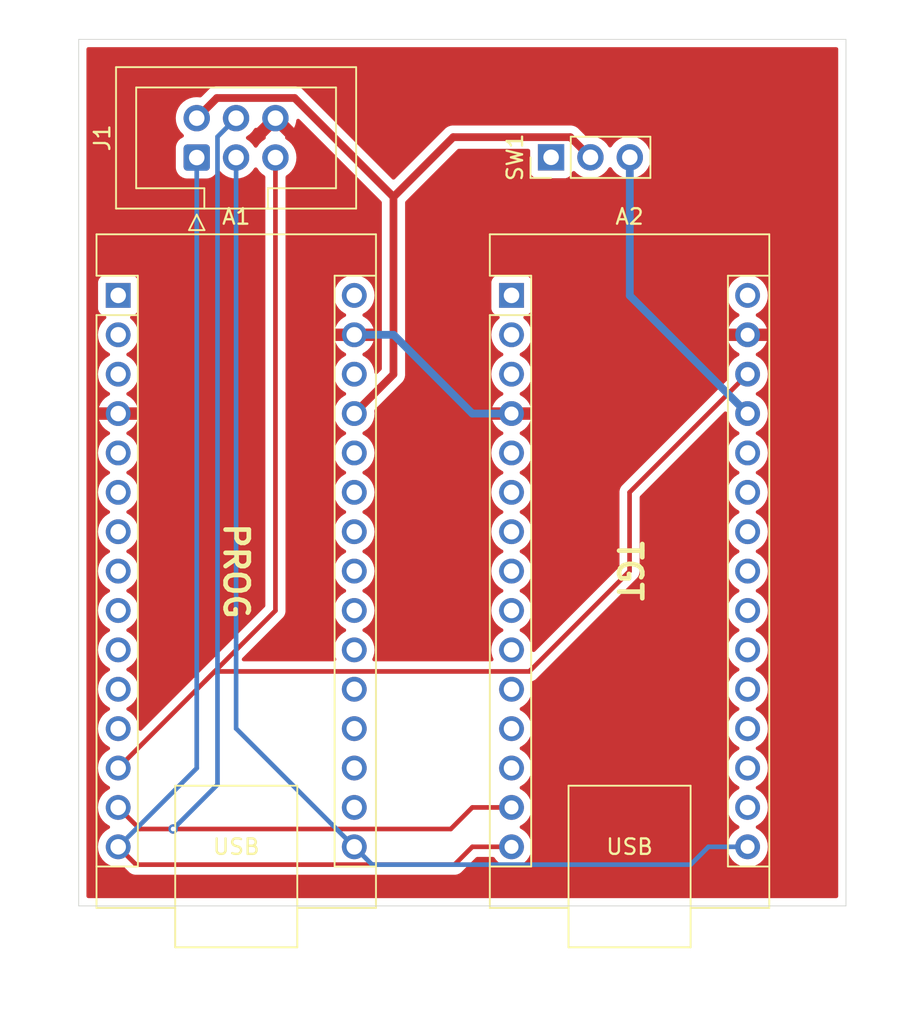
<source format=kicad_pcb>
(kicad_pcb (version 20240108) (generator "pcbnew") (generator_version "8.0")
  (layers (0 "F.Cu" signal) (31 "B.Cu" signal) (34 "B.Paste" user) (35 "F.Paste" user) (36 "B.SilkS" user "B.Silkscreen") (37 "F.SilkS" user "F.Silkscreen") (38 "B.Mask" user) (39 "F.Mask" user) (44 "Edge.Cuts" user))
  (net 0 "")
  (net 4 "GND")
  (net 5 "/MOSI")
  (net 11 "/SCK")
  (net 27 "+5V")
  (net 28 "/RST")
  (net 29 "/MISO")
  (net 48 "Net-(A2-+5V)")
  (footprint "Connector_IDC:IDC-Header_2x03_P2.54mm_Vertical" (layer "F.Cu") (at 154.94 73.66 90)
    (property "Reference" "J1" (at 1.27 -6.1 270) (layer "F.SilkS"))
    (property "Value" "AVR-ISP-6")
    (fp_line (start 5.83 -5.21) (end 5.83 10.29) (stroke (width 0.12)) (layer "F.SilkS"))
    (fp_line (start -3.29 -5.21) (end 5.83 -5.21) (stroke (width 0.12)) (layer "F.SilkS"))
    (fp_line (start 4.52 -3.91) (end 4.52 8.99) (stroke (width 0.12)) (layer "F.SilkS"))
    (fp_line (start -1.98 -3.91) (end 4.52 -3.91) (stroke (width 0.12)) (layer "F.SilkS"))
    (fp_line (start -4.68 -0.5) (end -4.68 0.5) (stroke (width 0.12)) (layer "F.SilkS"))
    (fp_line (start -3.68 0) (end -4.68 -0.5) (stroke (width 0.12)) (layer "F.SilkS"))
    (fp_line (start -1.98 0.49) (end -1.98 -3.91) (stroke (width 0.12)) (layer "F.SilkS"))
    (fp_line (start -3.29 0.49) (end -1.98 0.49) (stroke (width 0.12)) (layer "F.SilkS"))
    (fp_line (start -4.68 0.5) (end -3.68 0) (stroke (width 0.12)) (layer "F.SilkS"))
    (fp_line (start -1.98 4.59) (end -1.98 4.59) (stroke (width 0.12)) (layer "F.SilkS"))
    (fp_line (start -1.98 4.59) (end -3.29 4.59) (stroke (width 0.12)) (layer "F.SilkS"))
    (fp_line (start 4.52 8.99) (end -1.98 8.99) (stroke (width 0.12)) (layer "F.SilkS"))
    (fp_line (start -1.98 8.99) (end -1.98 4.59) (stroke (width 0.12)) (layer "F.SilkS"))
    (fp_line (start 5.83 10.29) (end -3.29 10.29) (stroke (width 0.12)) (layer "F.SilkS"))
    (fp_line (start -3.29 10.29) (end -3.29 -5.21) (stroke (width 0.12)) (layer "F.SilkS"))
    (pad "1" thru_hole roundrect (at 0 0 90) (size 1.7 1.7) (drill 1) (layers "*.Cu" "*.Mask") (roundrect_rratio 0.147059) (net 29 "/MISO"))
    (pad "2" thru_hole circle (at 2.54 0 90) (size 1.7 1.7) (drill 1) (layers "*.Cu" "*.Mask") (net 27 "+5V"))
    (pad "3" thru_hole circle (at 0 2.54 90) (size 1.7 1.7) (drill 1) (layers "*.Cu" "*.Mask") (net 11 "/SCK"))
    (pad "4" thru_hole circle (at 2.54 2.54 90) (size 1.7 1.7) (drill 1) (layers "*.Cu" "*.Mask") (net 5 "/MOSI"))
    (pad "5" thru_hole circle (at 0 5.08 90) (size 1.7 1.7) (drill 1) (layers "*.Cu" "*.Mask") (net 28 "/RST"))
    (pad "6" thru_hole circle (at 2.54 5.08 90) (size 1.7 1.7) (drill 1) (layers "*.Cu" "*.Mask") (net 4 "GND"))
  )
  (footprint "Module:Arduino_Nano" (layer "F.Cu") (at 149.87 82.55)
    (property "Reference" "A1" (at 7.62 -5.08 0) (layer "F.SilkS"))
    (property "Value" "Arduino_Nano_v3.x")
    (fp_line (start -1.4 -3.94) (end -1.4 -1.27) (stroke (width 0.12)) (layer "F.SilkS"))
    (fp_line (start -1.4 1.27) (end -1.4 39.5) (stroke (width 0.12)) (layer "F.SilkS"))
    (fp_line (start -1.4 39.5) (end 3.68 39.5) (stroke (width 0.12)) (layer "F.SilkS"))
    (fp_line (start 1.27 -1.27) (end -1.4 -1.27) (stroke (width 0.12)) (layer "F.SilkS"))
    (fp_line (start 1.27 1.27) (end -1.4 1.27) (stroke (width 0.12)) (layer "F.SilkS"))
    (fp_line (start 1.27 1.27) (end 1.27 -1.27) (stroke (width 0.12)) (layer "F.SilkS"))
    (fp_line (start 1.27 1.27) (end 1.27 36.83) (stroke (width 0.12)) (layer "F.SilkS"))
    (fp_line (start 1.27 36.83) (end -1.4 36.83) (stroke (width 0.12)) (layer "F.SilkS"))
    (fp_line (start 3.68 31.62) (end 11.56 31.62) (stroke (width 0.12)) (layer "F.SilkS"))
    (fp_line (start 3.68 42.04) (end 3.68 31.62) (stroke (width 0.12)) (layer "F.SilkS"))
    (fp_line (start 11.56 31.62) (end 11.56 42.04) (stroke (width 0.12)) (layer "F.SilkS"))
    (fp_line (start 11.56 42.04) (end 3.68 42.04) (stroke (width 0.12)) (layer "F.SilkS"))
    (fp_line (start 13.97 -1.27) (end 13.97 36.83) (stroke (width 0.12)) (layer "F.SilkS"))
    (fp_line (start 13.97 -1.27) (end 16.64 -1.27) (stroke (width 0.12)) (layer "F.SilkS"))
    (fp_line (start 13.97 36.83) (end 16.64 36.83) (stroke (width 0.12)) (layer "F.SilkS"))
    (fp_line (start 16.64 -3.94) (end -1.4 -3.94) (stroke (width 0.12)) (layer "F.SilkS"))
    (fp_line (start 16.64 39.5) (end 11.56 39.5) (stroke (width 0.12)) (layer "F.SilkS"))
    (fp_line (start 16.64 39.5) (end 16.64 -3.94) (stroke (width 0.12)) (layer "F.SilkS"))
    (fp_text user "USB" (at 7.62 35.56 0) (layer "F.SilkS"))
    (pad "1" thru_hole rect (at 0 0) (size 1.6 1.6) (drill 1) (layers "*.Cu" "*.Mask"))
    (pad "2" thru_hole oval (at 0 2.54) (size 1.6 1.6) (drill 1) (layers "*.Cu" "*.Mask"))
    (pad "3" thru_hole oval (at 0 5.08) (size 1.6 1.6) (drill 1) (layers "*.Cu" "*.Mask"))
    (pad "4" thru_hole oval (at 0 7.62) (size 1.6 1.6) (drill 1) (layers "*.Cu" "*.Mask") (net 4 "GND"))
    (pad "5" thru_hole oval (at 0 10.16) (size 1.6 1.6) (drill 1) (layers "*.Cu" "*.Mask"))
    (pad "6" thru_hole oval (at 0 12.7) (size 1.6 1.6) (drill 1) (layers "*.Cu" "*.Mask"))
    (pad "7" thru_hole oval (at 0 15.24) (size 1.6 1.6) (drill 1) (layers "*.Cu" "*.Mask"))
    (pad "8" thru_hole oval (at 0 17.78) (size 1.6 1.6) (drill 1) (layers "*.Cu" "*.Mask"))
    (pad "9" thru_hole oval (at 0 20.32) (size 1.6 1.6) (drill 1) (layers "*.Cu" "*.Mask"))
    (pad "10" thru_hole oval (at 0 22.86) (size 1.6 1.6) (drill 1) (layers "*.Cu" "*.Mask"))
    (pad "11" thru_hole oval (at 0 25.4) (size 1.6 1.6) (drill 1) (layers "*.Cu" "*.Mask"))
    (pad "12" thru_hole oval (at 0 27.94) (size 1.6 1.6) (drill 1) (layers "*.Cu" "*.Mask"))
    (pad "13" thru_hole oval (at 0 30.48) (size 1.6 1.6) (drill 1) (layers "*.Cu" "*.Mask") (net 28 "/RST"))
    (pad "14" thru_hole oval (at 0 33.02) (size 1.6 1.6) (drill 1) (layers "*.Cu" "*.Mask") (net 5 "/MOSI"))
    (pad "15" thru_hole oval (at 0 35.56) (size 1.6 1.6) (drill 1) (layers "*.Cu" "*.Mask") (net 29 "/MISO"))
    (pad "16" thru_hole oval (at 15.24 35.56) (size 1.6 1.6) (drill 1) (layers "*.Cu" "*.Mask") (net 11 "/SCK"))
    (pad "17" thru_hole oval (at 15.24 33.02) (size 1.6 1.6) (drill 1) (layers "*.Cu" "*.Mask"))
    (pad "18" thru_hole oval (at 15.24 30.48) (size 1.6 1.6) (drill 1) (layers "*.Cu" "*.Mask"))
    (pad "19" thru_hole oval (at 15.24 27.94) (size 1.6 1.6) (drill 1) (layers "*.Cu" "*.Mask"))
    (pad "20" thru_hole oval (at 15.24 25.4) (size 1.6 1.6) (drill 1) (layers "*.Cu" "*.Mask"))
    (pad "21" thru_hole oval (at 15.24 22.86) (size 1.6 1.6) (drill 1) (layers "*.Cu" "*.Mask"))
    (pad "22" thru_hole oval (at 15.24 20.32) (size 1.6 1.6) (drill 1) (layers "*.Cu" "*.Mask"))
    (pad "23" thru_hole oval (at 15.24 17.78) (size 1.6 1.6) (drill 1) (layers "*.Cu" "*.Mask"))
    (pad "24" thru_hole oval (at 15.24 15.24) (size 1.6 1.6) (drill 1) (layers "*.Cu" "*.Mask"))
    (pad "25" thru_hole oval (at 15.24 12.7) (size 1.6 1.6) (drill 1) (layers "*.Cu" "*.Mask"))
    (pad "26" thru_hole oval (at 15.24 10.16) (size 1.6 1.6) (drill 1) (layers "*.Cu" "*.Mask"))
    (pad "27" thru_hole oval (at 15.24 7.62) (size 1.6 1.6) (drill 1) (layers "*.Cu" "*.Mask") (net 27 "+5V"))
    (pad "28" thru_hole oval (at 15.24 5.08) (size 1.6 1.6) (drill 1) (layers "*.Cu" "*.Mask"))
    (pad "29" thru_hole oval (at 15.24 2.54) (size 1.6 1.6) (drill 1) (layers "*.Cu" "*.Mask") (net 4 "GND"))
    (pad "30" thru_hole oval (at 15.24 0) (size 1.6 1.6) (drill 1) (layers "*.Cu" "*.Mask"))
  )
  (footprint "Connector_PinHeader_2.54mm:PinHeader_1x03_P2.54mm_Vertical" (layer "F.Cu") (at 177.815 73.645 90)
    (property "Reference" "SW1" (at 0 -2.33 270) (layer "F.SilkS"))
    (property "Value" "SW_SPDT")
    (fp_line (start -1.33 -1.33) (end 0 -1.33) (stroke (width 0.12)) (layer "F.SilkS"))
    (fp_line (start -1.33 0) (end -1.33 -1.33) (stroke (width 0.12)) (layer "F.SilkS"))
    (fp_line (start 1.33 1.27) (end 1.33 6.41) (stroke (width 0.12)) (layer "F.SilkS"))
    (fp_line (start -1.33 1.27) (end 1.33 1.27) (stroke (width 0.12)) (layer "F.SilkS"))
    (fp_line (start -1.33 1.27) (end -1.33 6.41) (stroke (width 0.12)) (layer "F.SilkS"))
    (fp_line (start -1.33 6.41) (end 1.33 6.41) (stroke (width 0.12)) (layer "F.SilkS"))
    (pad "1" thru_hole rect (at 0 0 90) (size 1.7 1.7) (drill 1) (layers "*.Cu" "*.Mask"))
    (pad "2" thru_hole oval (at 0 2.54 90) (size 1.7 1.7) (drill 1) (layers "*.Cu" "*.Mask") (net 27 "+5V"))
    (pad "3" thru_hole oval (at 0 5.08 90) (size 1.7 1.7) (drill 1) (layers "*.Cu" "*.Mask") (net 48 "Net-(A2-+5V)"))
  )
  (footprint "Module:Arduino_Nano" (layer "F.Cu") (at 175.26 82.55)
    (property "Reference" "A2" (at 7.62 -5.08 0) (layer "F.SilkS"))
    (property "Value" "Arduino_Nano_v3.x")
    (fp_line (start -1.4 -3.94) (end -1.4 -1.27) (stroke (width 0.12)) (layer "F.SilkS"))
    (fp_line (start -1.4 1.27) (end -1.4 39.5) (stroke (width 0.12)) (layer "F.SilkS"))
    (fp_line (start -1.4 39.5) (end 3.68 39.5) (stroke (width 0.12)) (layer "F.SilkS"))
    (fp_line (start 1.27 -1.27) (end -1.4 -1.27) (stroke (width 0.12)) (layer "F.SilkS"))
    (fp_line (start 1.27 1.27) (end -1.4 1.27) (stroke (width 0.12)) (layer "F.SilkS"))
    (fp_line (start 1.27 1.27) (end 1.27 -1.27) (stroke (width 0.12)) (layer "F.SilkS"))
    (fp_line (start 1.27 1.27) (end 1.27 36.83) (stroke (width 0.12)) (layer "F.SilkS"))
    (fp_line (start 1.27 36.83) (end -1.4 36.83) (stroke (width 0.12)) (layer "F.SilkS"))
    (fp_line (start 3.68 31.62) (end 11.56 31.62) (stroke (width 0.12)) (layer "F.SilkS"))
    (fp_line (start 3.68 42.04) (end 3.68 31.62) (stroke (width 0.12)) (layer "F.SilkS"))
    (fp_line (start 11.56 31.62) (end 11.56 42.04) (stroke (width 0.12)) (layer "F.SilkS"))
    (fp_line (start 11.56 42.04) (end 3.68 42.04) (stroke (width 0.12)) (layer "F.SilkS"))
    (fp_line (start 13.97 -1.27) (end 13.97 36.83) (stroke (width 0.12)) (layer "F.SilkS"))
    (fp_line (start 13.97 -1.27) (end 16.64 -1.27) (stroke (width 0.12)) (layer "F.SilkS"))
    (fp_line (start 13.97 36.83) (end 16.64 36.83) (stroke (width 0.12)) (layer "F.SilkS"))
    (fp_line (start 16.64 -3.94) (end -1.4 -3.94) (stroke (width 0.12)) (layer "F.SilkS"))
    (fp_line (start 16.64 39.5) (end 11.56 39.5) (stroke (width 0.12)) (layer "F.SilkS"))
    (fp_line (start 16.64 39.5) (end 16.64 -3.94) (stroke (width 0.12)) (layer "F.SilkS"))
    (fp_text user "USB" (at 7.62 35.56 0) (layer "F.SilkS"))
    (pad "1" thru_hole rect (at 0 0) (size 1.6 1.6) (drill 1) (layers "*.Cu" "*.Mask"))
    (pad "2" thru_hole oval (at 0 2.54) (size 1.6 1.6) (drill 1) (layers "*.Cu" "*.Mask"))
    (pad "3" thru_hole oval (at 0 5.08) (size 1.6 1.6) (drill 1) (layers "*.Cu" "*.Mask"))
    (pad "4" thru_hole oval (at 0 7.62) (size 1.6 1.6) (drill 0.9) (layers "*.Cu" "*.Mask") (net 4 "GND"))
    (pad "5" thru_hole oval (at 0 10.16) (size 1.6 1.6) (drill 1) (layers "*.Cu" "*.Mask"))
    (pad "6" thru_hole oval (at 0 12.7) (size 1.6 1.6) (drill 1) (layers "*.Cu" "*.Mask"))
    (pad "7" thru_hole oval (at 0 15.24) (size 1.6 1.6) (drill 1) (layers "*.Cu" "*.Mask"))
    (pad "8" thru_hole oval (at 0 17.78) (size 1.6 1.6) (drill 1) (layers "*.Cu" "*.Mask"))
    (pad "9" thru_hole oval (at 0 20.32) (size 1.6 1.6) (drill 1) (layers "*.Cu" "*.Mask"))
    (pad "10" thru_hole oval (at 0 22.86) (size 1.6 1.6) (drill 1) (layers "*.Cu" "*.Mask"))
    (pad "11" thru_hole oval (at 0 25.4) (size 1.6 1.6) (drill 1) (layers "*.Cu" "*.Mask"))
    (pad "12" thru_hole oval (at 0 27.94) (size 1.6 1.6) (drill 1) (layers "*.Cu" "*.Mask"))
    (pad "13" thru_hole oval (at 0 30.48) (size 1.6 1.6) (drill 1) (layers "*.Cu" "*.Mask"))
    (pad "14" thru_hole oval (at 0 33.02) (size 1.6 1.6) (drill 0.9) (layers "*.Cu" "*.Mask") (net 5 "/MOSI"))
    (pad "15" thru_hole oval (at 0 35.56) (size 1.6 1.6) (drill 0.9) (layers "*.Cu" "*.Mask") (net 29 "/MISO"))
    (pad "16" thru_hole oval (at 15.24 35.56) (size 1.6 1.6) (drill 0.9) (layers "*.Cu" "*.Mask") (net 11 "/SCK"))
    (pad "17" thru_hole oval (at 15.24 33.02) (size 1.6 1.6) (drill 1) (layers "*.Cu" "*.Mask"))
    (pad "18" thru_hole oval (at 15.24 30.48) (size 1.6 1.6) (drill 1) (layers "*.Cu" "*.Mask"))
    (pad "19" thru_hole oval (at 15.24 27.94) (size 1.6 1.6) (drill 1) (layers "*.Cu" "*.Mask"))
    (pad "20" thru_hole oval (at 15.24 25.4) (size 1.6 1.6) (drill 1) (layers "*.Cu" "*.Mask"))
    (pad "21" thru_hole oval (at 15.24 22.86) (size 1.6 1.6) (drill 1) (layers "*.Cu" "*.Mask"))
    (pad "22" thru_hole oval (at 15.24 20.32) (size 1.6 1.6) (drill 1) (layers "*.Cu" "*.Mask"))
    (pad "23" thru_hole oval (at 15.24 17.78) (size 1.6 1.6) (drill 1) (layers "*.Cu" "*.Mask"))
    (pad "24" thru_hole oval (at 15.24 15.24) (size 1.6 1.6) (drill 1) (layers "*.Cu" "*.Mask"))
    (pad "25" thru_hole oval (at 15.24 12.7) (size 1.6 1.6) (drill 1) (layers "*.Cu" "*.Mask"))
    (pad "26" thru_hole oval (at 15.24 10.16) (size 1.6 1.6) (drill 1) (layers "*.Cu" "*.Mask"))
    (pad "27" thru_hole oval (at 15.24 7.62) (size 1.6 1.6) (drill 0.9) (layers "*.Cu" "*.Mask") (net 48 "Net-(A2-+5V)"))
    (pad "28" thru_hole oval (at 15.24 5.08) (size 1.6 1.6) (drill 0.9) (layers "*.Cu" "*.Mask") (net 28 "/RST"))
    (pad "29" thru_hole oval (at 15.24 2.54) (size 1.6 1.6) (drill 0.9) (layers "*.Cu" "*.Mask") (net 4 "GND"))
    (pad "30" thru_hole oval (at 15.24 0) (size 1.6 1.6) (drill 1) (layers "*.Cu" "*.Mask"))
  )
  (gr_line (start 147.32 66.04) (end 147.32 121.92) (stroke (width 0.05)) (layer "Edge.Cuts"))
  (gr_line (start 196.85 121.92) (end 196.85 66.04) (stroke (width 0.05)) (layer "Edge.Cuts"))
  (gr_line (start 196.85 66.04) (end 147.32 66.04) (stroke (width 0.05)) (layer "Edge.Cuts"))
  (gr_line (start 147.32 121.92) (end 196.85 121.92) (stroke (width 0.05)) (layer "Edge.Cuts"))
  (gr_text "PROG" (at 157.48 100.33 270) (layer "F.SilkS") (effects (font (size 1.5 1.5) (thickness 0.3) (bold yes))))
  (gr_text "TGT" (at 182.88 100.33 270) (layer "F.SilkS") (effects (font (size 1.5 1.5) (thickness 0.3) (bold yes))))
  (segment (start 165.11 85.09) (end 167.65 85.09) (width 0.5) (layer "B.Cu") (net 4))
  (segment (start 167.65 85.09) (end 172.73 90.17) (width 0.5) (layer "B.Cu") (net 4))
  (segment (start 175.26 90.17) (end 172.73 90.17) (width 0.5) (layer "B.Cu") (net 4))
  (segment (start 149.87 115.57) (end 151.26 116.96) (width 0.3) (layer "F.Cu") (net 5))
  (segment (start 151.26 116.96) (end 153.416 116.96) (width 0.3) (layer "F.Cu") (net 5))
  (segment (start 172.73 115.57) (end 175.26 115.57) (width 0.3) (layer "F.Cu") (net 5))
  (segment (start 153.416 116.96) (end 171.34 116.96) (width 0.3) (layer "F.Cu") (net 5))
  (segment (start 171.34 116.96) (end 172.73 115.57) (width 0.3) (layer "F.Cu") (net 5))
  (via (at 153.416 116.96) (size 0.61) (drill 0.305) (layers "F.Cu" "B.Cu") (net 5))
  (segment (start 156.28 114.096) (end 153.416 116.96) (width 0.3) (layer "B.Cu") (net 5))
  (segment (start 157.48 71.12) (end 156.28 72.32) (width 0.3) (layer "B.Cu") (net 5))
  (segment (start 156.28 72.32) (end 156.28 114.096) (width 0.3) (layer "B.Cu") (net 5))
  (segment (start 186.82 119.26) (end 187.97 118.11) (width 0.3) (layer "B.Cu") (net 11))
  (segment (start 165.11 118.11) (end 166.26 119.26) (width 0.3) (layer "B.Cu") (net 11))
  (segment (start 187.97 118.11) (end 190.5 118.11) (width 0.3) (layer "B.Cu") (net 11))
  (segment (start 166.26 119.26) (end 186.82 119.26) (width 0.3) (layer "B.Cu") (net 11))
  (segment (start 157.48 110.48) (end 157.48 73.66) (width 0.3) (layer "B.Cu") (net 11))
  (segment (start 165.11 118.11) (end 157.48 110.48) (width 0.3) (layer "B.Cu") (net 11))
  (segment (start 156.24 69.82) (end 161.26 69.82) (width 0.5) (layer "F.Cu") (net 27))
  (segment (start 179.055 72.345) (end 180.355 73.645) (width 0.5) (layer "F.Cu") (net 27))
  (segment (start 154.94 71.12) (end 156.24 69.82) (width 0.5) (layer "F.Cu") (net 27))
  (segment (start 167.64 76.2) (end 167.64 87.64) (width 0.5) (layer "F.Cu") (net 27))
  (segment (start 171.495 72.345) (end 179.055 72.345) (width 0.5) (layer "F.Cu") (net 27))
  (segment (start 167.64 87.64) (end 165.11 90.17) (width 0.5) (layer "F.Cu") (net 27))
  (segment (start 161.26 69.82) (end 167.64 76.2) (width 0.5) (layer "F.Cu") (net 27))
  (segment (start 167.64 76.2) (end 171.495 72.345) (width 0.5) (layer "F.Cu") (net 27))
  (segment (start 182.88 100.33) (end 182.88 95.25) (width 0.3) (layer "F.Cu") (net 28))
  (segment (start 160.02 102.88) (end 155.453 107.447) (width 0.3) (layer "F.Cu") (net 28))
  (segment (start 182.88 95.25) (end 190.5 87.63) (width 0.3) (layer "F.Cu") (net 28))
  (segment (start 160.02 73.66) (end 160.02 102.88) (width 0.3) (layer "F.Cu") (net 28))
  (segment (start 156.1 106.8) (end 176.41 106.8) (width 0.3) (layer "F.Cu") (net 28))
  (segment (start 155.453 107.447) (end 156.1 106.8) (width 0.3) (layer "F.Cu") (net 28))
  (segment (start 176.41 106.8) (end 182.88 100.33) (width 0.3) (layer "F.Cu") (net 28))
  (segment (start 149.87 113.03) (end 155.453 107.447) (width 0.3) (layer "F.Cu") (net 28))
  (segment (start 151.02 119.26) (end 171.58 119.26) (width 0.3) (layer "F.Cu") (net 29))
  (segment (start 172.73 118.11) (end 175.26 118.11) (width 0.3) (layer "F.Cu") (net 29))
  (segment (start 171.58 119.26) (end 172.73 118.11) (width 0.3) (layer "F.Cu") (net 29))
  (segment (start 149.87 118.11) (end 151.02 119.26) (width 0.3) (layer "F.Cu") (net 29))
  (segment (start 154.94 113.04) (end 154.94 73.66) (width 0.3) (layer "B.Cu") (net 29))
  (segment (start 149.87 118.11) (end 154.94 113.04) (width 0.3) (layer "B.Cu") (net 29))
  (segment (start 182.895 82.565) (end 190.5 90.17) (width 0.5) (layer "B.Cu") (net 48))
  (segment (start 182.895 73.645) (end 182.895 82.565) (width 0.5) (layer "B.Cu") (net 48))
  (zone (net 4) (net_name "GND") (layer "F.Cu") (connect_pads (clearance 0.5)) (min_thickness 0.25) (fill yes (thermal_gap 0.5) (thermal_bridge_width 0.8))
    (polygon (pts (xy 142.24 63.5) (xy 142.24 129.54) (xy 200.66 129.54) (xy 200.66 63.5)))
  )
)
</source>
